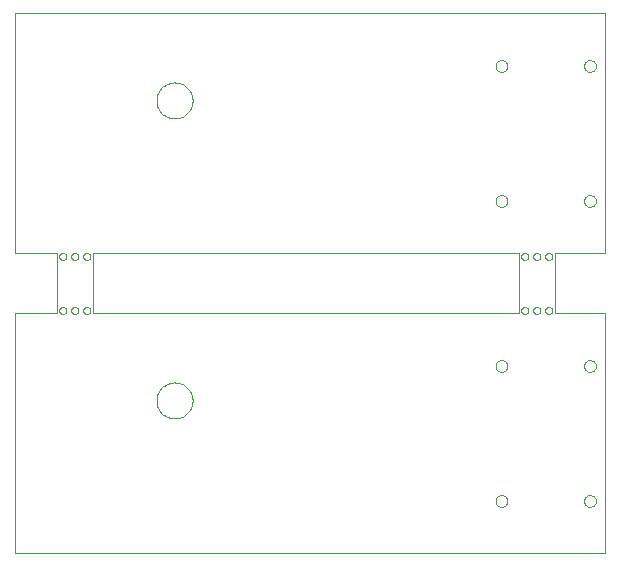
<source format=gko>
G75*
G70*
%OFA0B0*%
%FSLAX24Y24*%
%IPPOS*%
%LPD*%
%AMOC8*
5,1,8,0,0,1.08239X$1,22.5*
%
%ADD10C,0.0000*%
D10*
X000000Y000000D02*
X000000Y008000D01*
X001400Y008000D01*
X001400Y010000D01*
X000000Y010000D01*
X000000Y018000D01*
X019685Y018000D01*
X019685Y010000D01*
X018000Y010000D01*
X018000Y008000D01*
X019685Y008000D01*
X019685Y000000D01*
X000000Y000000D01*
X004725Y005100D02*
X004727Y005149D01*
X004733Y005197D01*
X004743Y005245D01*
X004757Y005292D01*
X004774Y005338D01*
X004795Y005382D01*
X004820Y005424D01*
X004848Y005464D01*
X004880Y005502D01*
X004914Y005537D01*
X004951Y005569D01*
X004990Y005598D01*
X005032Y005624D01*
X005076Y005646D01*
X005121Y005664D01*
X005168Y005679D01*
X005215Y005690D01*
X005264Y005697D01*
X005313Y005700D01*
X005362Y005699D01*
X005410Y005694D01*
X005459Y005685D01*
X005506Y005672D01*
X005552Y005655D01*
X005596Y005635D01*
X005639Y005611D01*
X005680Y005584D01*
X005718Y005553D01*
X005754Y005520D01*
X005786Y005484D01*
X005816Y005445D01*
X005843Y005404D01*
X005866Y005360D01*
X005885Y005315D01*
X005901Y005269D01*
X005913Y005222D01*
X005921Y005173D01*
X005925Y005124D01*
X005925Y005076D01*
X005921Y005027D01*
X005913Y004978D01*
X005901Y004931D01*
X005885Y004885D01*
X005866Y004840D01*
X005843Y004796D01*
X005816Y004755D01*
X005786Y004716D01*
X005754Y004680D01*
X005718Y004647D01*
X005680Y004616D01*
X005639Y004589D01*
X005596Y004565D01*
X005552Y004545D01*
X005506Y004528D01*
X005459Y004515D01*
X005410Y004506D01*
X005362Y004501D01*
X005313Y004500D01*
X005264Y004503D01*
X005215Y004510D01*
X005168Y004521D01*
X005121Y004536D01*
X005076Y004554D01*
X005032Y004576D01*
X004990Y004602D01*
X004951Y004631D01*
X004914Y004663D01*
X004880Y004698D01*
X004848Y004736D01*
X004820Y004776D01*
X004795Y004818D01*
X004774Y004862D01*
X004757Y004908D01*
X004743Y004955D01*
X004733Y005003D01*
X004727Y005051D01*
X004725Y005100D01*
X002600Y008000D02*
X016800Y008000D01*
X016800Y010000D01*
X002600Y010000D01*
X002600Y008000D01*
X002282Y008100D02*
X002284Y008121D01*
X002290Y008141D01*
X002299Y008161D01*
X002311Y008178D01*
X002326Y008192D01*
X002344Y008204D01*
X002364Y008212D01*
X002384Y008217D01*
X002405Y008218D01*
X002426Y008215D01*
X002446Y008209D01*
X002465Y008198D01*
X002482Y008185D01*
X002495Y008169D01*
X002506Y008151D01*
X002514Y008131D01*
X002518Y008111D01*
X002518Y008089D01*
X002514Y008069D01*
X002506Y008049D01*
X002495Y008031D01*
X002482Y008015D01*
X002465Y008002D01*
X002446Y007991D01*
X002426Y007985D01*
X002405Y007982D01*
X002384Y007983D01*
X002364Y007988D01*
X002344Y007996D01*
X002326Y008008D01*
X002311Y008022D01*
X002299Y008039D01*
X002290Y008059D01*
X002284Y008079D01*
X002282Y008100D01*
X001882Y008100D02*
X001884Y008121D01*
X001890Y008141D01*
X001899Y008161D01*
X001911Y008178D01*
X001926Y008192D01*
X001944Y008204D01*
X001964Y008212D01*
X001984Y008217D01*
X002005Y008218D01*
X002026Y008215D01*
X002046Y008209D01*
X002065Y008198D01*
X002082Y008185D01*
X002095Y008169D01*
X002106Y008151D01*
X002114Y008131D01*
X002118Y008111D01*
X002118Y008089D01*
X002114Y008069D01*
X002106Y008049D01*
X002095Y008031D01*
X002082Y008015D01*
X002065Y008002D01*
X002046Y007991D01*
X002026Y007985D01*
X002005Y007982D01*
X001984Y007983D01*
X001964Y007988D01*
X001944Y007996D01*
X001926Y008008D01*
X001911Y008022D01*
X001899Y008039D01*
X001890Y008059D01*
X001884Y008079D01*
X001882Y008100D01*
X001482Y008100D02*
X001484Y008121D01*
X001490Y008141D01*
X001499Y008161D01*
X001511Y008178D01*
X001526Y008192D01*
X001544Y008204D01*
X001564Y008212D01*
X001584Y008217D01*
X001605Y008218D01*
X001626Y008215D01*
X001646Y008209D01*
X001665Y008198D01*
X001682Y008185D01*
X001695Y008169D01*
X001706Y008151D01*
X001714Y008131D01*
X001718Y008111D01*
X001718Y008089D01*
X001714Y008069D01*
X001706Y008049D01*
X001695Y008031D01*
X001682Y008015D01*
X001665Y008002D01*
X001646Y007991D01*
X001626Y007985D01*
X001605Y007982D01*
X001584Y007983D01*
X001564Y007988D01*
X001544Y007996D01*
X001526Y008008D01*
X001511Y008022D01*
X001499Y008039D01*
X001490Y008059D01*
X001484Y008079D01*
X001482Y008100D01*
X001482Y009900D02*
X001484Y009921D01*
X001490Y009941D01*
X001499Y009961D01*
X001511Y009978D01*
X001526Y009992D01*
X001544Y010004D01*
X001564Y010012D01*
X001584Y010017D01*
X001605Y010018D01*
X001626Y010015D01*
X001646Y010009D01*
X001665Y009998D01*
X001682Y009985D01*
X001695Y009969D01*
X001706Y009951D01*
X001714Y009931D01*
X001718Y009911D01*
X001718Y009889D01*
X001714Y009869D01*
X001706Y009849D01*
X001695Y009831D01*
X001682Y009815D01*
X001665Y009802D01*
X001646Y009791D01*
X001626Y009785D01*
X001605Y009782D01*
X001584Y009783D01*
X001564Y009788D01*
X001544Y009796D01*
X001526Y009808D01*
X001511Y009822D01*
X001499Y009839D01*
X001490Y009859D01*
X001484Y009879D01*
X001482Y009900D01*
X001882Y009900D02*
X001884Y009921D01*
X001890Y009941D01*
X001899Y009961D01*
X001911Y009978D01*
X001926Y009992D01*
X001944Y010004D01*
X001964Y010012D01*
X001984Y010017D01*
X002005Y010018D01*
X002026Y010015D01*
X002046Y010009D01*
X002065Y009998D01*
X002082Y009985D01*
X002095Y009969D01*
X002106Y009951D01*
X002114Y009931D01*
X002118Y009911D01*
X002118Y009889D01*
X002114Y009869D01*
X002106Y009849D01*
X002095Y009831D01*
X002082Y009815D01*
X002065Y009802D01*
X002046Y009791D01*
X002026Y009785D01*
X002005Y009782D01*
X001984Y009783D01*
X001964Y009788D01*
X001944Y009796D01*
X001926Y009808D01*
X001911Y009822D01*
X001899Y009839D01*
X001890Y009859D01*
X001884Y009879D01*
X001882Y009900D01*
X002282Y009900D02*
X002284Y009921D01*
X002290Y009941D01*
X002299Y009961D01*
X002311Y009978D01*
X002326Y009992D01*
X002344Y010004D01*
X002364Y010012D01*
X002384Y010017D01*
X002405Y010018D01*
X002426Y010015D01*
X002446Y010009D01*
X002465Y009998D01*
X002482Y009985D01*
X002495Y009969D01*
X002506Y009951D01*
X002514Y009931D01*
X002518Y009911D01*
X002518Y009889D01*
X002514Y009869D01*
X002506Y009849D01*
X002495Y009831D01*
X002482Y009815D01*
X002465Y009802D01*
X002446Y009791D01*
X002426Y009785D01*
X002405Y009782D01*
X002384Y009783D01*
X002364Y009788D01*
X002344Y009796D01*
X002326Y009808D01*
X002311Y009822D01*
X002299Y009839D01*
X002290Y009859D01*
X002284Y009879D01*
X002282Y009900D01*
X004725Y015100D02*
X004727Y015149D01*
X004733Y015197D01*
X004743Y015245D01*
X004757Y015292D01*
X004774Y015338D01*
X004795Y015382D01*
X004820Y015424D01*
X004848Y015464D01*
X004880Y015502D01*
X004914Y015537D01*
X004951Y015569D01*
X004990Y015598D01*
X005032Y015624D01*
X005076Y015646D01*
X005121Y015664D01*
X005168Y015679D01*
X005215Y015690D01*
X005264Y015697D01*
X005313Y015700D01*
X005362Y015699D01*
X005410Y015694D01*
X005459Y015685D01*
X005506Y015672D01*
X005552Y015655D01*
X005596Y015635D01*
X005639Y015611D01*
X005680Y015584D01*
X005718Y015553D01*
X005754Y015520D01*
X005786Y015484D01*
X005816Y015445D01*
X005843Y015404D01*
X005866Y015360D01*
X005885Y015315D01*
X005901Y015269D01*
X005913Y015222D01*
X005921Y015173D01*
X005925Y015124D01*
X005925Y015076D01*
X005921Y015027D01*
X005913Y014978D01*
X005901Y014931D01*
X005885Y014885D01*
X005866Y014840D01*
X005843Y014796D01*
X005816Y014755D01*
X005786Y014716D01*
X005754Y014680D01*
X005718Y014647D01*
X005680Y014616D01*
X005639Y014589D01*
X005596Y014565D01*
X005552Y014545D01*
X005506Y014528D01*
X005459Y014515D01*
X005410Y014506D01*
X005362Y014501D01*
X005313Y014500D01*
X005264Y014503D01*
X005215Y014510D01*
X005168Y014521D01*
X005121Y014536D01*
X005076Y014554D01*
X005032Y014576D01*
X004990Y014602D01*
X004951Y014631D01*
X004914Y014663D01*
X004880Y014698D01*
X004848Y014736D01*
X004820Y014776D01*
X004795Y014818D01*
X004774Y014862D01*
X004757Y014908D01*
X004743Y014955D01*
X004733Y015003D01*
X004727Y015051D01*
X004725Y015100D01*
X016025Y016250D02*
X016027Y016277D01*
X016033Y016304D01*
X016042Y016330D01*
X016055Y016354D01*
X016071Y016377D01*
X016090Y016396D01*
X016112Y016413D01*
X016136Y016427D01*
X016161Y016437D01*
X016188Y016444D01*
X016215Y016447D01*
X016243Y016446D01*
X016270Y016441D01*
X016296Y016433D01*
X016320Y016421D01*
X016343Y016405D01*
X016364Y016387D01*
X016381Y016366D01*
X016396Y016342D01*
X016407Y016317D01*
X016415Y016291D01*
X016419Y016264D01*
X016419Y016236D01*
X016415Y016209D01*
X016407Y016183D01*
X016396Y016158D01*
X016381Y016134D01*
X016364Y016113D01*
X016343Y016095D01*
X016321Y016079D01*
X016296Y016067D01*
X016270Y016059D01*
X016243Y016054D01*
X016215Y016053D01*
X016188Y016056D01*
X016161Y016063D01*
X016136Y016073D01*
X016112Y016087D01*
X016090Y016104D01*
X016071Y016123D01*
X016055Y016146D01*
X016042Y016170D01*
X016033Y016196D01*
X016027Y016223D01*
X016025Y016250D01*
X018978Y016250D02*
X018980Y016277D01*
X018986Y016304D01*
X018995Y016330D01*
X019008Y016354D01*
X019024Y016377D01*
X019043Y016396D01*
X019065Y016413D01*
X019089Y016427D01*
X019114Y016437D01*
X019141Y016444D01*
X019168Y016447D01*
X019196Y016446D01*
X019223Y016441D01*
X019249Y016433D01*
X019273Y016421D01*
X019296Y016405D01*
X019317Y016387D01*
X019334Y016366D01*
X019349Y016342D01*
X019360Y016317D01*
X019368Y016291D01*
X019372Y016264D01*
X019372Y016236D01*
X019368Y016209D01*
X019360Y016183D01*
X019349Y016158D01*
X019334Y016134D01*
X019317Y016113D01*
X019296Y016095D01*
X019274Y016079D01*
X019249Y016067D01*
X019223Y016059D01*
X019196Y016054D01*
X019168Y016053D01*
X019141Y016056D01*
X019114Y016063D01*
X019089Y016073D01*
X019065Y016087D01*
X019043Y016104D01*
X019024Y016123D01*
X019008Y016146D01*
X018995Y016170D01*
X018986Y016196D01*
X018980Y016223D01*
X018978Y016250D01*
X018978Y011750D02*
X018980Y011777D01*
X018986Y011804D01*
X018995Y011830D01*
X019008Y011854D01*
X019024Y011877D01*
X019043Y011896D01*
X019065Y011913D01*
X019089Y011927D01*
X019114Y011937D01*
X019141Y011944D01*
X019168Y011947D01*
X019196Y011946D01*
X019223Y011941D01*
X019249Y011933D01*
X019273Y011921D01*
X019296Y011905D01*
X019317Y011887D01*
X019334Y011866D01*
X019349Y011842D01*
X019360Y011817D01*
X019368Y011791D01*
X019372Y011764D01*
X019372Y011736D01*
X019368Y011709D01*
X019360Y011683D01*
X019349Y011658D01*
X019334Y011634D01*
X019317Y011613D01*
X019296Y011595D01*
X019274Y011579D01*
X019249Y011567D01*
X019223Y011559D01*
X019196Y011554D01*
X019168Y011553D01*
X019141Y011556D01*
X019114Y011563D01*
X019089Y011573D01*
X019065Y011587D01*
X019043Y011604D01*
X019024Y011623D01*
X019008Y011646D01*
X018995Y011670D01*
X018986Y011696D01*
X018980Y011723D01*
X018978Y011750D01*
X017682Y009900D02*
X017684Y009921D01*
X017690Y009941D01*
X017699Y009961D01*
X017711Y009978D01*
X017726Y009992D01*
X017744Y010004D01*
X017764Y010012D01*
X017784Y010017D01*
X017805Y010018D01*
X017826Y010015D01*
X017846Y010009D01*
X017865Y009998D01*
X017882Y009985D01*
X017895Y009969D01*
X017906Y009951D01*
X017914Y009931D01*
X017918Y009911D01*
X017918Y009889D01*
X017914Y009869D01*
X017906Y009849D01*
X017895Y009831D01*
X017882Y009815D01*
X017865Y009802D01*
X017846Y009791D01*
X017826Y009785D01*
X017805Y009782D01*
X017784Y009783D01*
X017764Y009788D01*
X017744Y009796D01*
X017726Y009808D01*
X017711Y009822D01*
X017699Y009839D01*
X017690Y009859D01*
X017684Y009879D01*
X017682Y009900D01*
X017282Y009900D02*
X017284Y009921D01*
X017290Y009941D01*
X017299Y009961D01*
X017311Y009978D01*
X017326Y009992D01*
X017344Y010004D01*
X017364Y010012D01*
X017384Y010017D01*
X017405Y010018D01*
X017426Y010015D01*
X017446Y010009D01*
X017465Y009998D01*
X017482Y009985D01*
X017495Y009969D01*
X017506Y009951D01*
X017514Y009931D01*
X017518Y009911D01*
X017518Y009889D01*
X017514Y009869D01*
X017506Y009849D01*
X017495Y009831D01*
X017482Y009815D01*
X017465Y009802D01*
X017446Y009791D01*
X017426Y009785D01*
X017405Y009782D01*
X017384Y009783D01*
X017364Y009788D01*
X017344Y009796D01*
X017326Y009808D01*
X017311Y009822D01*
X017299Y009839D01*
X017290Y009859D01*
X017284Y009879D01*
X017282Y009900D01*
X016882Y009900D02*
X016884Y009921D01*
X016890Y009941D01*
X016899Y009961D01*
X016911Y009978D01*
X016926Y009992D01*
X016944Y010004D01*
X016964Y010012D01*
X016984Y010017D01*
X017005Y010018D01*
X017026Y010015D01*
X017046Y010009D01*
X017065Y009998D01*
X017082Y009985D01*
X017095Y009969D01*
X017106Y009951D01*
X017114Y009931D01*
X017118Y009911D01*
X017118Y009889D01*
X017114Y009869D01*
X017106Y009849D01*
X017095Y009831D01*
X017082Y009815D01*
X017065Y009802D01*
X017046Y009791D01*
X017026Y009785D01*
X017005Y009782D01*
X016984Y009783D01*
X016964Y009788D01*
X016944Y009796D01*
X016926Y009808D01*
X016911Y009822D01*
X016899Y009839D01*
X016890Y009859D01*
X016884Y009879D01*
X016882Y009900D01*
X016882Y008100D02*
X016884Y008121D01*
X016890Y008141D01*
X016899Y008161D01*
X016911Y008178D01*
X016926Y008192D01*
X016944Y008204D01*
X016964Y008212D01*
X016984Y008217D01*
X017005Y008218D01*
X017026Y008215D01*
X017046Y008209D01*
X017065Y008198D01*
X017082Y008185D01*
X017095Y008169D01*
X017106Y008151D01*
X017114Y008131D01*
X017118Y008111D01*
X017118Y008089D01*
X017114Y008069D01*
X017106Y008049D01*
X017095Y008031D01*
X017082Y008015D01*
X017065Y008002D01*
X017046Y007991D01*
X017026Y007985D01*
X017005Y007982D01*
X016984Y007983D01*
X016964Y007988D01*
X016944Y007996D01*
X016926Y008008D01*
X016911Y008022D01*
X016899Y008039D01*
X016890Y008059D01*
X016884Y008079D01*
X016882Y008100D01*
X017282Y008100D02*
X017284Y008121D01*
X017290Y008141D01*
X017299Y008161D01*
X017311Y008178D01*
X017326Y008192D01*
X017344Y008204D01*
X017364Y008212D01*
X017384Y008217D01*
X017405Y008218D01*
X017426Y008215D01*
X017446Y008209D01*
X017465Y008198D01*
X017482Y008185D01*
X017495Y008169D01*
X017506Y008151D01*
X017514Y008131D01*
X017518Y008111D01*
X017518Y008089D01*
X017514Y008069D01*
X017506Y008049D01*
X017495Y008031D01*
X017482Y008015D01*
X017465Y008002D01*
X017446Y007991D01*
X017426Y007985D01*
X017405Y007982D01*
X017384Y007983D01*
X017364Y007988D01*
X017344Y007996D01*
X017326Y008008D01*
X017311Y008022D01*
X017299Y008039D01*
X017290Y008059D01*
X017284Y008079D01*
X017282Y008100D01*
X017682Y008100D02*
X017684Y008121D01*
X017690Y008141D01*
X017699Y008161D01*
X017711Y008178D01*
X017726Y008192D01*
X017744Y008204D01*
X017764Y008212D01*
X017784Y008217D01*
X017805Y008218D01*
X017826Y008215D01*
X017846Y008209D01*
X017865Y008198D01*
X017882Y008185D01*
X017895Y008169D01*
X017906Y008151D01*
X017914Y008131D01*
X017918Y008111D01*
X017918Y008089D01*
X017914Y008069D01*
X017906Y008049D01*
X017895Y008031D01*
X017882Y008015D01*
X017865Y008002D01*
X017846Y007991D01*
X017826Y007985D01*
X017805Y007982D01*
X017784Y007983D01*
X017764Y007988D01*
X017744Y007996D01*
X017726Y008008D01*
X017711Y008022D01*
X017699Y008039D01*
X017690Y008059D01*
X017684Y008079D01*
X017682Y008100D01*
X016025Y006250D02*
X016027Y006277D01*
X016033Y006304D01*
X016042Y006330D01*
X016055Y006354D01*
X016071Y006377D01*
X016090Y006396D01*
X016112Y006413D01*
X016136Y006427D01*
X016161Y006437D01*
X016188Y006444D01*
X016215Y006447D01*
X016243Y006446D01*
X016270Y006441D01*
X016296Y006433D01*
X016320Y006421D01*
X016343Y006405D01*
X016364Y006387D01*
X016381Y006366D01*
X016396Y006342D01*
X016407Y006317D01*
X016415Y006291D01*
X016419Y006264D01*
X016419Y006236D01*
X016415Y006209D01*
X016407Y006183D01*
X016396Y006158D01*
X016381Y006134D01*
X016364Y006113D01*
X016343Y006095D01*
X016321Y006079D01*
X016296Y006067D01*
X016270Y006059D01*
X016243Y006054D01*
X016215Y006053D01*
X016188Y006056D01*
X016161Y006063D01*
X016136Y006073D01*
X016112Y006087D01*
X016090Y006104D01*
X016071Y006123D01*
X016055Y006146D01*
X016042Y006170D01*
X016033Y006196D01*
X016027Y006223D01*
X016025Y006250D01*
X018978Y006250D02*
X018980Y006277D01*
X018986Y006304D01*
X018995Y006330D01*
X019008Y006354D01*
X019024Y006377D01*
X019043Y006396D01*
X019065Y006413D01*
X019089Y006427D01*
X019114Y006437D01*
X019141Y006444D01*
X019168Y006447D01*
X019196Y006446D01*
X019223Y006441D01*
X019249Y006433D01*
X019273Y006421D01*
X019296Y006405D01*
X019317Y006387D01*
X019334Y006366D01*
X019349Y006342D01*
X019360Y006317D01*
X019368Y006291D01*
X019372Y006264D01*
X019372Y006236D01*
X019368Y006209D01*
X019360Y006183D01*
X019349Y006158D01*
X019334Y006134D01*
X019317Y006113D01*
X019296Y006095D01*
X019274Y006079D01*
X019249Y006067D01*
X019223Y006059D01*
X019196Y006054D01*
X019168Y006053D01*
X019141Y006056D01*
X019114Y006063D01*
X019089Y006073D01*
X019065Y006087D01*
X019043Y006104D01*
X019024Y006123D01*
X019008Y006146D01*
X018995Y006170D01*
X018986Y006196D01*
X018980Y006223D01*
X018978Y006250D01*
X018978Y001750D02*
X018980Y001777D01*
X018986Y001804D01*
X018995Y001830D01*
X019008Y001854D01*
X019024Y001877D01*
X019043Y001896D01*
X019065Y001913D01*
X019089Y001927D01*
X019114Y001937D01*
X019141Y001944D01*
X019168Y001947D01*
X019196Y001946D01*
X019223Y001941D01*
X019249Y001933D01*
X019273Y001921D01*
X019296Y001905D01*
X019317Y001887D01*
X019334Y001866D01*
X019349Y001842D01*
X019360Y001817D01*
X019368Y001791D01*
X019372Y001764D01*
X019372Y001736D01*
X019368Y001709D01*
X019360Y001683D01*
X019349Y001658D01*
X019334Y001634D01*
X019317Y001613D01*
X019296Y001595D01*
X019274Y001579D01*
X019249Y001567D01*
X019223Y001559D01*
X019196Y001554D01*
X019168Y001553D01*
X019141Y001556D01*
X019114Y001563D01*
X019089Y001573D01*
X019065Y001587D01*
X019043Y001604D01*
X019024Y001623D01*
X019008Y001646D01*
X018995Y001670D01*
X018986Y001696D01*
X018980Y001723D01*
X018978Y001750D01*
X016025Y001750D02*
X016027Y001777D01*
X016033Y001804D01*
X016042Y001830D01*
X016055Y001854D01*
X016071Y001877D01*
X016090Y001896D01*
X016112Y001913D01*
X016136Y001927D01*
X016161Y001937D01*
X016188Y001944D01*
X016215Y001947D01*
X016243Y001946D01*
X016270Y001941D01*
X016296Y001933D01*
X016320Y001921D01*
X016343Y001905D01*
X016364Y001887D01*
X016381Y001866D01*
X016396Y001842D01*
X016407Y001817D01*
X016415Y001791D01*
X016419Y001764D01*
X016419Y001736D01*
X016415Y001709D01*
X016407Y001683D01*
X016396Y001658D01*
X016381Y001634D01*
X016364Y001613D01*
X016343Y001595D01*
X016321Y001579D01*
X016296Y001567D01*
X016270Y001559D01*
X016243Y001554D01*
X016215Y001553D01*
X016188Y001556D01*
X016161Y001563D01*
X016136Y001573D01*
X016112Y001587D01*
X016090Y001604D01*
X016071Y001623D01*
X016055Y001646D01*
X016042Y001670D01*
X016033Y001696D01*
X016027Y001723D01*
X016025Y001750D01*
X016025Y011750D02*
X016027Y011777D01*
X016033Y011804D01*
X016042Y011830D01*
X016055Y011854D01*
X016071Y011877D01*
X016090Y011896D01*
X016112Y011913D01*
X016136Y011927D01*
X016161Y011937D01*
X016188Y011944D01*
X016215Y011947D01*
X016243Y011946D01*
X016270Y011941D01*
X016296Y011933D01*
X016320Y011921D01*
X016343Y011905D01*
X016364Y011887D01*
X016381Y011866D01*
X016396Y011842D01*
X016407Y011817D01*
X016415Y011791D01*
X016419Y011764D01*
X016419Y011736D01*
X016415Y011709D01*
X016407Y011683D01*
X016396Y011658D01*
X016381Y011634D01*
X016364Y011613D01*
X016343Y011595D01*
X016321Y011579D01*
X016296Y011567D01*
X016270Y011559D01*
X016243Y011554D01*
X016215Y011553D01*
X016188Y011556D01*
X016161Y011563D01*
X016136Y011573D01*
X016112Y011587D01*
X016090Y011604D01*
X016071Y011623D01*
X016055Y011646D01*
X016042Y011670D01*
X016033Y011696D01*
X016027Y011723D01*
X016025Y011750D01*
M02*

</source>
